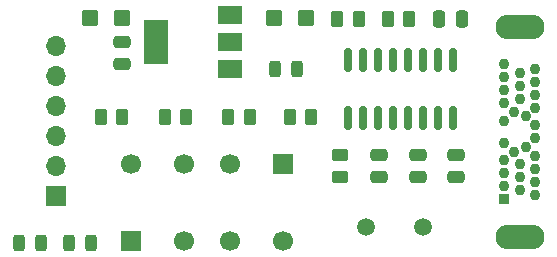
<source format=gbr>
%TF.GenerationSoftware,KiCad,Pcbnew,7.0.6*%
%TF.CreationDate,2024-04-30T21:30:12+02:00*%
%TF.ProjectId,F_Board_V1.1,465f426f-6172-4645-9f56-312e312e6b69,rev?*%
%TF.SameCoordinates,Original*%
%TF.FileFunction,Soldermask,Top*%
%TF.FilePolarity,Negative*%
%FSLAX46Y46*%
G04 Gerber Fmt 4.6, Leading zero omitted, Abs format (unit mm)*
G04 Created by KiCad (PCBNEW 7.0.6) date 2024-04-30 21:30:12*
%MOMM*%
%LPD*%
G01*
G04 APERTURE LIST*
G04 Aperture macros list*
%AMRoundRect*
0 Rectangle with rounded corners*
0 $1 Rounding radius*
0 $2 $3 $4 $5 $6 $7 $8 $9 X,Y pos of 4 corners*
0 Add a 4 corners polygon primitive as box body*
4,1,4,$2,$3,$4,$5,$6,$7,$8,$9,$2,$3,0*
0 Add four circle primitives for the rounded corners*
1,1,$1+$1,$2,$3*
1,1,$1+$1,$4,$5*
1,1,$1+$1,$6,$7*
1,1,$1+$1,$8,$9*
0 Add four rect primitives between the rounded corners*
20,1,$1+$1,$2,$3,$4,$5,0*
20,1,$1+$1,$4,$5,$6,$7,0*
20,1,$1+$1,$6,$7,$8,$9,0*
20,1,$1+$1,$8,$9,$2,$3,0*%
G04 Aperture macros list end*
%ADD10RoundRect,0.250000X-0.475000X0.250000X-0.475000X-0.250000X0.475000X-0.250000X0.475000X0.250000X0*%
%ADD11RoundRect,0.250000X-0.262500X-0.450000X0.262500X-0.450000X0.262500X0.450000X-0.262500X0.450000X0*%
%ADD12R,1.700000X1.700000*%
%ADD13C,1.700000*%
%ADD14RoundRect,0.250000X-0.450000X-0.425000X0.450000X-0.425000X0.450000X0.425000X-0.450000X0.425000X0*%
%ADD15RoundRect,0.150000X0.150000X-0.825000X0.150000X0.825000X-0.150000X0.825000X-0.150000X-0.825000X0*%
%ADD16RoundRect,0.250000X0.262500X0.450000X-0.262500X0.450000X-0.262500X-0.450000X0.262500X-0.450000X0*%
%ADD17C,1.500000*%
%ADD18R,2.000000X1.500000*%
%ADD19R,2.000000X3.800000*%
%ADD20RoundRect,0.243750X-0.243750X-0.456250X0.243750X-0.456250X0.243750X0.456250X-0.243750X0.456250X0*%
%ADD21R,0.930000X0.930000*%
%ADD22C,0.930000*%
%ADD23O,4.150000X2.075000*%
%ADD24RoundRect,0.250000X0.250000X0.475000X-0.250000X0.475000X-0.250000X-0.475000X0.250000X-0.475000X0*%
%ADD25RoundRect,0.250000X-0.450000X0.262500X-0.450000X-0.262500X0.450000X-0.262500X0.450000X0.262500X0*%
%ADD26RoundRect,0.243750X0.243750X0.456250X-0.243750X0.456250X-0.243750X-0.456250X0.243750X-0.456250X0*%
%ADD27RoundRect,0.250000X0.450000X0.425000X-0.450000X0.425000X-0.450000X-0.425000X0.450000X-0.425000X0*%
%ADD28O,1.700000X1.700000*%
G04 APERTURE END LIST*
D10*
%TO.C,C2*%
X178800000Y-93650000D03*
X178800000Y-95550000D03*
%TD*%
D11*
%TO.C,R7*%
X172987500Y-82200000D03*
X174812500Y-82200000D03*
%TD*%
D10*
%TO.C,C3*%
X172200000Y-93650000D03*
X172200000Y-95550000D03*
%TD*%
D12*
%TO.C,SW2*%
X151250000Y-100950000D03*
D13*
X151250000Y-94450000D03*
X155750000Y-100950000D03*
X155750000Y-94450000D03*
%TD*%
D14*
%TO.C,C4*%
X163350000Y-82100000D03*
X166050000Y-82100000D03*
%TD*%
D12*
%TO.C,SW1*%
X164150000Y-94450000D03*
D13*
X164150000Y-100950000D03*
X159650000Y-94450000D03*
X159650000Y-100950000D03*
%TD*%
D15*
%TO.C,U1*%
X169655000Y-90575000D03*
X170925000Y-90575000D03*
X172195000Y-90575000D03*
X173465000Y-90575000D03*
X174735000Y-90575000D03*
X176005000Y-90575000D03*
X177275000Y-90575000D03*
X178545000Y-90575000D03*
X178545000Y-85625000D03*
X177275000Y-85625000D03*
X176005000Y-85625000D03*
X174735000Y-85625000D03*
X173465000Y-85625000D03*
X172195000Y-85625000D03*
X170925000Y-85625000D03*
X169655000Y-85625000D03*
%TD*%
D16*
%TO.C,R1*%
X161312500Y-90500000D03*
X159487500Y-90500000D03*
%TD*%
D17*
%TO.C,Y1*%
X171120000Y-99800000D03*
X176000000Y-99800000D03*
%TD*%
D11*
%TO.C,R6*%
X168687500Y-82200000D03*
X170512500Y-82200000D03*
%TD*%
D10*
%TO.C,C6*%
X150500000Y-84100000D03*
X150500000Y-86000000D03*
%TD*%
D18*
%TO.C,U2*%
X159650000Y-86400000D03*
X159650000Y-84100000D03*
D19*
X153350000Y-84100000D03*
D18*
X159650000Y-81800000D03*
%TD*%
D10*
%TO.C,C1*%
X175500000Y-93650000D03*
X175500000Y-95550000D03*
%TD*%
D11*
%TO.C,R3*%
X148687500Y-90500000D03*
X150512500Y-90500000D03*
%TD*%
D20*
%TO.C,D1*%
X145962500Y-101100000D03*
X147837500Y-101100000D03*
%TD*%
D21*
%TO.C,J2*%
X182832500Y-97444250D03*
D22*
X182832500Y-96344250D03*
X182832500Y-95244250D03*
X182832500Y-94144250D03*
X183632500Y-93394250D03*
X182832500Y-92644250D03*
X182832500Y-90794250D03*
X183632500Y-90044250D03*
X182832500Y-89294250D03*
X182832500Y-88194250D03*
X182832500Y-87094250D03*
X182832500Y-85994250D03*
X185482500Y-86369250D03*
X185482500Y-87469250D03*
X185482500Y-88569250D03*
X185482500Y-89669250D03*
X184682500Y-90419250D03*
X185482500Y-91169250D03*
X185482500Y-92269250D03*
X184682500Y-93019250D03*
X185482500Y-93769250D03*
X185482500Y-94869250D03*
X185482500Y-95969250D03*
X185482500Y-97069250D03*
X184157500Y-96669250D03*
X184157500Y-95569250D03*
X184157500Y-94469250D03*
X184157500Y-88969250D03*
X184157500Y-87869250D03*
X184157500Y-86769250D03*
D23*
X184157500Y-100619250D03*
X184157500Y-82819250D03*
%TD*%
D24*
%TO.C,C7*%
X179250000Y-82200000D03*
X177350000Y-82200000D03*
%TD*%
D20*
%TO.C,D2*%
X141762500Y-101100000D03*
X143637500Y-101100000D03*
%TD*%
D16*
%TO.C,R4*%
X155912500Y-90500000D03*
X154087500Y-90500000D03*
%TD*%
D25*
%TO.C,R2*%
X168900000Y-93687500D03*
X168900000Y-95512500D03*
%TD*%
D26*
%TO.C,D3*%
X165337500Y-86400000D03*
X163462500Y-86400000D03*
%TD*%
D27*
%TO.C,C5*%
X150500000Y-82100000D03*
X147800000Y-82100000D03*
%TD*%
D11*
%TO.C,R5*%
X164687500Y-90500000D03*
X166512500Y-90500000D03*
%TD*%
D12*
%TO.C,J1*%
X144875000Y-97150000D03*
D28*
X144875000Y-94610000D03*
X144875000Y-92070000D03*
X144875000Y-89530000D03*
X144875000Y-86990000D03*
X144875000Y-84450000D03*
%TD*%
M02*

</source>
